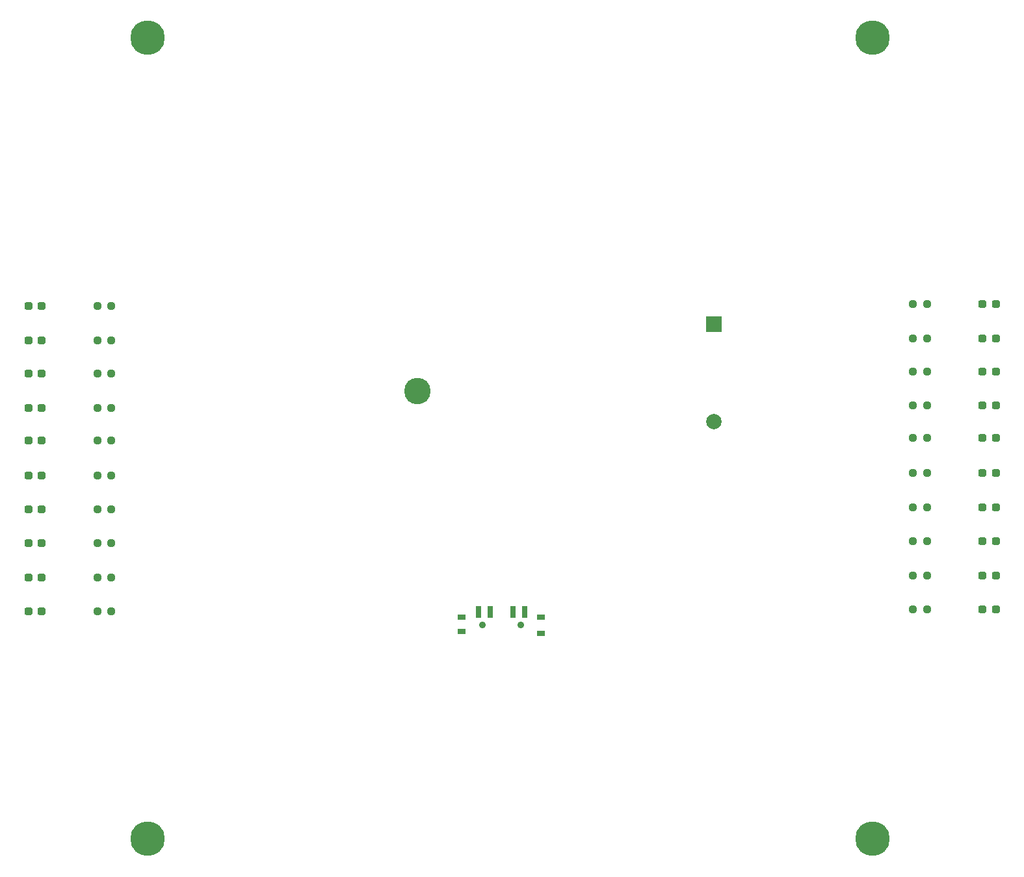
<source format=gts>
G04 #@! TF.GenerationSoftware,KiCad,Pcbnew,8.0.5*
G04 #@! TF.CreationDate,2025-02-21T17:38:33-06:00*
G04 #@! TF.ProjectId,ArmorPlate,41726d6f-7250-46c6-9174-652e6b696361,rev?*
G04 #@! TF.SameCoordinates,Original*
G04 #@! TF.FileFunction,Soldermask,Top*
G04 #@! TF.FilePolarity,Negative*
%FSLAX46Y46*%
G04 Gerber Fmt 4.6, Leading zero omitted, Abs format (unit mm)*
G04 Created by KiCad (PCBNEW 8.0.5) date 2025-02-21 17:38:33*
%MOMM*%
%LPD*%
G01*
G04 APERTURE LIST*
G04 Aperture macros list*
%AMRoundRect*
0 Rectangle with rounded corners*
0 $1 Rounding radius*
0 $2 $3 $4 $5 $6 $7 $8 $9 X,Y pos of 4 corners*
0 Add a 4 corners polygon primitive as box body*
4,1,4,$2,$3,$4,$5,$6,$7,$8,$9,$2,$3,0*
0 Add four circle primitives for the rounded corners*
1,1,$1+$1,$2,$3*
1,1,$1+$1,$4,$5*
1,1,$1+$1,$6,$7*
1,1,$1+$1,$8,$9*
0 Add four rect primitives between the rounded corners*
20,1,$1+$1,$2,$3,$4,$5,0*
20,1,$1+$1,$4,$5,$6,$7,0*
20,1,$1+$1,$6,$7,$8,$9,0*
20,1,$1+$1,$8,$9,$2,$3,0*%
G04 Aperture macros list end*
%ADD10RoundRect,0.237500X0.250000X0.237500X-0.250000X0.237500X-0.250000X-0.237500X0.250000X-0.237500X0*%
%ADD11C,0.900000*%
%ADD12R,0.700000X1.500000*%
%ADD13R,1.000000X0.800000*%
%ADD14RoundRect,0.237500X-0.250000X-0.237500X0.250000X-0.237500X0.250000X0.237500X-0.250000X0.237500X0*%
%ADD15RoundRect,0.237500X0.287500X0.237500X-0.287500X0.237500X-0.287500X-0.237500X0.287500X-0.237500X0*%
%ADD16RoundRect,0.237500X-0.287500X-0.237500X0.287500X-0.237500X0.287500X0.237500X-0.287500X0.237500X0*%
%ADD17C,4.500000*%
%ADD18C,3.450000*%
%ADD19R,2.000000X2.000000*%
%ADD20C,2.000000*%
G04 APERTURE END LIST*
D10*
X97845000Y-97345559D03*
X96020000Y-97345559D03*
D11*
X146130000Y-116840000D03*
X151130000Y-116840000D03*
D12*
X145630000Y-115090000D03*
X147130000Y-115090000D03*
X150130000Y-115090000D03*
X151630000Y-115090000D03*
D13*
X143480000Y-115790000D03*
X143480000Y-117630000D03*
X153780000Y-117890000D03*
X153780000Y-115790000D03*
D14*
X202205000Y-96976663D03*
X204030000Y-96976663D03*
D15*
X88780000Y-88503337D03*
X87030000Y-88503337D03*
D10*
X97845000Y-92740000D03*
X96020000Y-92740000D03*
D16*
X211270000Y-79476663D03*
X213020000Y-79476663D03*
D14*
X202205000Y-101476663D03*
X204030000Y-101476663D03*
D10*
X97845000Y-88503337D03*
X96020000Y-88503337D03*
X97845000Y-79740000D03*
X96020000Y-79740000D03*
D16*
X211270000Y-96976663D03*
X213020000Y-96976663D03*
D15*
X88780000Y-115030004D03*
X87030000Y-115030004D03*
X88780000Y-101766670D03*
X87030000Y-101766670D03*
X88780000Y-106187781D03*
X87030000Y-106187781D03*
D16*
X211270000Y-114766667D03*
X213020000Y-114766667D03*
D10*
X97845000Y-75240004D03*
X96020000Y-75240004D03*
X97845000Y-106187781D03*
X96020000Y-106187781D03*
X97845000Y-101766670D03*
X96020000Y-101766670D03*
D16*
X211270000Y-83818889D03*
X213020000Y-83818889D03*
D14*
X202205000Y-88240000D03*
X204030000Y-88240000D03*
D16*
X211270000Y-101476663D03*
X213020000Y-101476663D03*
X211270000Y-92476663D03*
X213020000Y-92476663D03*
D17*
X102550000Y-144700000D03*
D14*
X202232500Y-114766667D03*
X204057500Y-114766667D03*
D15*
X88780000Y-84082226D03*
X87030000Y-84082226D03*
D14*
X202205000Y-79476663D03*
X204030000Y-79476663D03*
D15*
X88780000Y-75240004D03*
X87030000Y-75240004D03*
D16*
X211270000Y-88240000D03*
X213020000Y-88240000D03*
D17*
X102550000Y-40300000D03*
D16*
X211270000Y-110345555D03*
X213020000Y-110345555D03*
D14*
X202205000Y-83818889D03*
X204030000Y-83818889D03*
D16*
X211270000Y-105924444D03*
X213020000Y-105924444D03*
X211270000Y-74976663D03*
X213020000Y-74976663D03*
D15*
X88780000Y-79740000D03*
X87030000Y-79740000D03*
D17*
X196950000Y-40300000D03*
D14*
X202205000Y-105924444D03*
X204030000Y-105924444D03*
D10*
X97845000Y-115030004D03*
X96020000Y-115030004D03*
D14*
X202205000Y-74976663D03*
X204030000Y-74976663D03*
X202205000Y-92476663D03*
X204030000Y-92476663D03*
D15*
X88780000Y-92740000D03*
X87030000Y-92740000D03*
X88780000Y-97345559D03*
X87030000Y-97345559D03*
D10*
X97845000Y-84082226D03*
X96020000Y-84082226D03*
D15*
X88780000Y-110608892D03*
X87030000Y-110608892D03*
D17*
X196950000Y-144700000D03*
D10*
X97845000Y-110608892D03*
X96020000Y-110608892D03*
D14*
X202205000Y-110345555D03*
X204030000Y-110345555D03*
D18*
X137690000Y-86350000D03*
D19*
X176300000Y-77650000D03*
D20*
X176300000Y-90350000D03*
M02*

</source>
